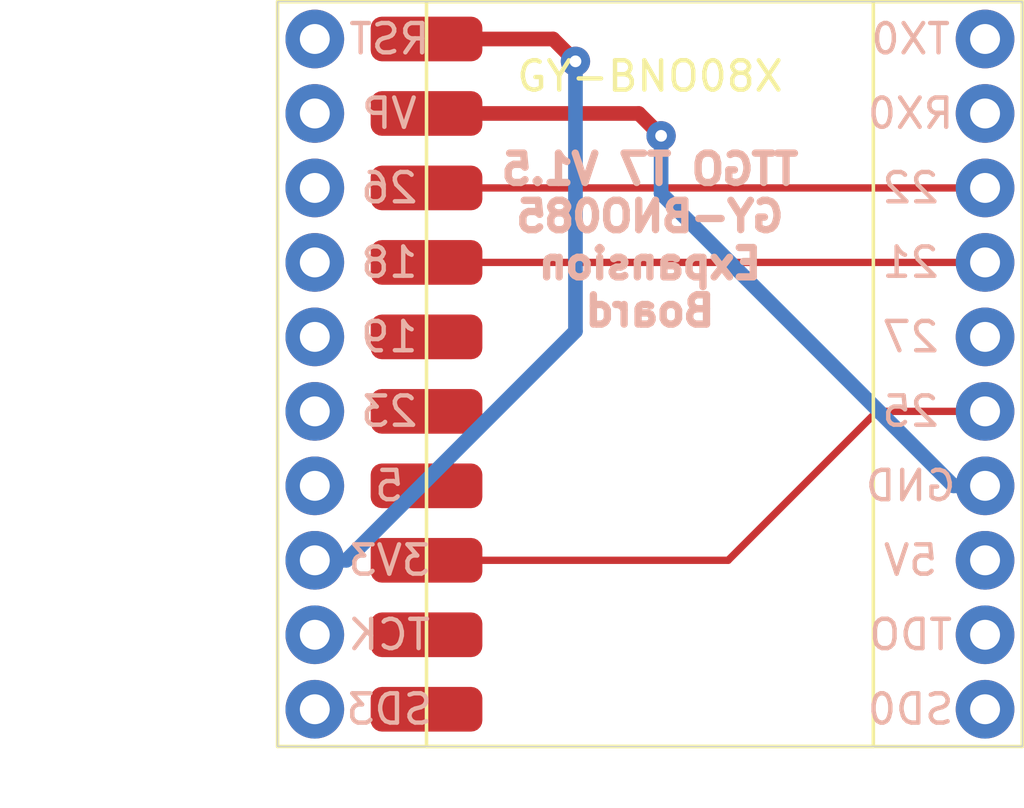
<source format=kicad_pcb>
(kicad_pcb (version 20171130) (host pcbnew "(5.1.10)-1")

  (general
    (thickness 1.6)
    (drawings 5)
    (tracks 17)
    (zones 0)
    (modules 2)
    (nets 26)
  )

  (page A4)
  (layers
    (0 F.Cu signal)
    (31 B.Cu signal)
    (32 B.Adhes user)
    (33 F.Adhes user)
    (34 B.Paste user)
    (35 F.Paste user)
    (36 B.SilkS user)
    (37 F.SilkS user)
    (38 B.Mask user)
    (39 F.Mask user)
    (40 Dwgs.User user)
    (41 Cmts.User user)
    (42 Eco1.User user)
    (43 Eco2.User user)
    (44 Edge.Cuts user)
    (45 Margin user)
    (46 B.CrtYd user)
    (47 F.CrtYd user)
    (48 B.Fab user)
    (49 F.Fab user)
  )

  (setup
    (last_trace_width 0.25)
    (trace_clearance 0.5)
    (zone_clearance 0.508)
    (zone_45_only no)
    (trace_min 0.2)
    (via_size 0.8)
    (via_drill 0.4)
    (via_min_size 0.4)
    (via_min_drill 0.3)
    (uvia_size 0.3)
    (uvia_drill 0.1)
    (uvias_allowed no)
    (uvia_min_size 0.2)
    (uvia_min_drill 0.1)
    (edge_width 0.05)
    (segment_width 0.2)
    (pcb_text_width 0.3)
    (pcb_text_size 1.5 1.5)
    (mod_edge_width 0.12)
    (mod_text_size 1 1)
    (mod_text_width 0.15)
    (pad_size 2 2)
    (pad_drill 1.02)
    (pad_to_mask_clearance 0)
    (aux_axis_origin 0 0)
    (visible_elements 7FFFFFFF)
    (pcbplotparams
      (layerselection 0x010f0_ffffffff)
      (usegerberextensions true)
      (usegerberattributes true)
      (usegerberadvancedattributes true)
      (creategerberjobfile false)
      (excludeedgelayer true)
      (linewidth 0.100000)
      (plotframeref false)
      (viasonmask false)
      (mode 1)
      (useauxorigin false)
      (hpglpennumber 1)
      (hpglpenspeed 20)
      (hpglpendiameter 15.000000)
      (psnegative false)
      (psa4output false)
      (plotreference true)
      (plotvalue true)
      (plotinvisibletext false)
      (padsonsilk false)
      (subtractmaskfromsilk false)
      (outputformat 1)
      (mirror false)
      (drillshape 0)
      (scaleselection 1)
      (outputdirectory "gerber/"))
  )

  (net 0 "")
  (net 1 "Net-(G1-Pad10)")
  (net 2 "Net-(G1-Pad9)")
  (net 3 RST)
  (net 4 "Net-(G1-Pad7)")
  (net 5 "Net-(G1-Pad6)")
  (net 6 "Net-(G1-Pad5)")
  (net 7 SDA)
  (net 8 SCL)
  (net 9 GND)
  (net 10 3V3)
  (net 11 "Net-(T1-Pad20)")
  (net 12 "Net-(T1-Pad19)")
  (net 13 "Net-(T1-Pad18)")
  (net 14 "Net-(T1-Pad15)")
  (net 15 "Net-(T1-Pad12)")
  (net 16 "Net-(T1-Pad11)")
  (net 17 "Net-(T1-Pad10)")
  (net 18 "Net-(T1-Pad9)")
  (net 19 "Net-(T1-Pad7)")
  (net 20 "Net-(T1-Pad6)")
  (net 21 "Net-(T1-Pad5)")
  (net 22 "Net-(T1-Pad4)")
  (net 23 "Net-(T1-Pad2)")
  (net 24 "Net-(T1-Pad1)")
  (net 25 "Net-(T1-Pad8)")

  (net_class Default "This is the default net class."
    (clearance 0.5)
    (trace_width 0.25)
    (via_dia 0.8)
    (via_drill 0.4)
    (uvia_dia 0.3)
    (uvia_drill 0.1)
    (add_net "Net-(G1-Pad10)")
    (add_net "Net-(G1-Pad5)")
    (add_net "Net-(G1-Pad6)")
    (add_net "Net-(G1-Pad7)")
    (add_net "Net-(G1-Pad9)")
    (add_net "Net-(T1-Pad1)")
    (add_net "Net-(T1-Pad10)")
    (add_net "Net-(T1-Pad11)")
    (add_net "Net-(T1-Pad12)")
    (add_net "Net-(T1-Pad15)")
    (add_net "Net-(T1-Pad18)")
    (add_net "Net-(T1-Pad19)")
    (add_net "Net-(T1-Pad2)")
    (add_net "Net-(T1-Pad20)")
    (add_net "Net-(T1-Pad4)")
    (add_net "Net-(T1-Pad5)")
    (add_net "Net-(T1-Pad6)")
    (add_net "Net-(T1-Pad7)")
    (add_net "Net-(T1-Pad8)")
    (add_net "Net-(T1-Pad9)")
    (add_net RST)
    (add_net SCL)
    (add_net SDA)
  )

  (net_class Power ""
    (clearance 1)
    (trace_width 0.5)
    (via_dia 1)
    (via_drill 0.4)
    (uvia_dia 0.3)
    (uvia_drill 0.1)
    (add_net 3V3)
    (add_net GND)
  )

  (module imuFBT_PCB_components:TTGO_T7_V1.5 (layer F.Cu) (tedit 60D9DA7C) (tstamp 60C756A6)
    (at 0 0)
    (path /60C78FE8)
    (fp_text reference T1 (at -5.08 2.54) (layer F.SilkS) hide
      (effects (font (size 1 1) (thickness 0.15)))
    )
    (fp_text value TTGOT7V1.5 (at -5.08 0.77) (layer F.Fab)
      (effects (font (size 1 1) (thickness 0.15)))
    )
    (fp_line (start 0 -25.4) (end 0 0) (layer F.SilkS) (width 0.12))
    (fp_line (start 25.4 -25.4) (end 0 -25.4) (layer F.SilkS) (width 0.12))
    (fp_line (start 25.4 0) (end 25.4 -25.4) (layer F.SilkS) (width 0.12))
    (fp_line (start 0 0) (end 25.4 0) (layer F.SilkS) (width 0.12))
    (fp_text user SD0 (at 21.59 -1.27) (layer B.SilkS)
      (effects (font (size 1 1) (thickness 0.15)) (justify mirror))
    )
    (fp_text user TDO (at 21.59 -3.81) (layer B.SilkS)
      (effects (font (size 1 1) (thickness 0.15)) (justify mirror))
    )
    (fp_text user 5V (at 21.59 -6.35) (layer B.SilkS)
      (effects (font (size 1 1) (thickness 0.15)) (justify mirror))
    )
    (fp_text user GND (at 21.59 -8.89) (layer B.SilkS)
      (effects (font (size 1 1) (thickness 0.15)) (justify mirror))
    )
    (fp_text user 25 (at 21.59 -11.43) (layer B.SilkS)
      (effects (font (size 1 1) (thickness 0.15)) (justify mirror))
    )
    (fp_text user 27 (at 21.59 -13.97) (layer B.SilkS)
      (effects (font (size 1 1) (thickness 0.15)) (justify mirror))
    )
    (fp_text user 21 (at 21.59 -16.51) (layer B.SilkS)
      (effects (font (size 1 1) (thickness 0.15)) (justify mirror))
    )
    (fp_text user 22 (at 21.59 -19.05) (layer B.SilkS)
      (effects (font (size 1 1) (thickness 0.15)) (justify mirror))
    )
    (fp_text user RX0 (at 21.59 -21.59) (layer B.SilkS)
      (effects (font (size 1 1) (thickness 0.15)) (justify mirror))
    )
    (fp_text user TX0 (at 21.59 -24.13) (layer B.SilkS)
      (effects (font (size 1 1) (thickness 0.15)) (justify mirror))
    )
    (fp_text user RST (at 3.81 -24.13) (layer B.SilkS)
      (effects (font (size 1 1) (thickness 0.15)) (justify mirror))
    )
    (fp_text user VP (at 3.81 -21.59) (layer B.SilkS)
      (effects (font (size 1 1) (thickness 0.15)) (justify mirror))
    )
    (fp_text user 3V3 (at 3.81 -6.35) (layer B.SilkS)
      (effects (font (size 1 1) (thickness 0.15)) (justify mirror))
    )
    (fp_text user 26 (at 3.81 -19.05) (layer B.SilkS)
      (effects (font (size 1 1) (thickness 0.15)) (justify mirror))
    )
    (fp_text user 18 (at 3.81 -16.51) (layer B.SilkS)
      (effects (font (size 1 1) (thickness 0.15)) (justify mirror))
    )
    (fp_text user 19 (at 3.81 -13.97) (layer B.SilkS)
      (effects (font (size 1 1) (thickness 0.15)) (justify mirror))
    )
    (fp_text user 23 (at 3.81 -11.43) (layer B.SilkS)
      (effects (font (size 1 1) (thickness 0.15)) (justify mirror))
    )
    (fp_text user 5 (at 3.81 -8.89) (layer B.SilkS)
      (effects (font (size 1 1) (thickness 0.15)) (justify mirror))
    )
    (fp_text user TCK (at 3.81 -3.81) (layer B.SilkS)
      (effects (font (size 1 1) (thickness 0.15)) (justify mirror))
    )
    (fp_text user SD3 (at 3.81 -1.27) (layer B.SilkS)
      (effects (font (size 1 1) (thickness 0.15)) (justify mirror))
    )
    (pad 20 thru_hole circle (at 24.13 -1.27) (size 2 2) (drill 1.02) (layers *.Cu *.Mask)
      (net 11 "Net-(T1-Pad20)"))
    (pad 19 thru_hole circle (at 24.13 -3.81) (size 2 2) (drill 1.02) (layers *.Cu *.Mask)
      (net 12 "Net-(T1-Pad19)"))
    (pad 18 thru_hole circle (at 24.13 -6.35) (size 2 2) (drill 1.02) (layers *.Cu *.Mask)
      (net 13 "Net-(T1-Pad18)"))
    (pad 17 thru_hole circle (at 24.13 -8.89) (size 2 2) (drill 1.02) (layers *.Cu *.Mask)
      (net 9 GND))
    (pad 16 thru_hole circle (at 24.13 -11.43) (size 2 2) (drill 1.02) (layers *.Cu *.Mask)
      (net 3 RST))
    (pad 15 thru_hole circle (at 24.13 -13.97) (size 2 2) (drill 1.02) (layers *.Cu *.Mask)
      (net 14 "Net-(T1-Pad15)"))
    (pad 14 thru_hole circle (at 24.13 -16.51) (size 2 2) (drill 1.02) (layers *.Cu *.Mask)
      (net 7 SDA))
    (pad 13 thru_hole circle (at 24.13 -19.05) (size 2 2) (drill 1.02) (layers *.Cu *.Mask)
      (net 8 SCL))
    (pad 12 thru_hole circle (at 24.13 -21.59) (size 2 2) (drill 1.02) (layers *.Cu *.Mask)
      (net 15 "Net-(T1-Pad12)"))
    (pad 11 thru_hole circle (at 24.13 -24.13) (size 2 2) (drill 1.02) (layers *.Cu *.Mask)
      (net 16 "Net-(T1-Pad11)"))
    (pad 10 thru_hole circle (at 1.27 -24.13) (size 2 2) (drill 1.02) (layers *.Cu *.Mask)
      (net 17 "Net-(T1-Pad10)"))
    (pad 9 thru_hole circle (at 1.27 -21.59) (size 2 2) (drill 1.02) (layers *.Cu *.Mask)
      (net 18 "Net-(T1-Pad9)"))
    (pad 8 thru_hole circle (at 1.27 -19.05) (size 2 2) (drill 1.02) (layers *.Cu *.Mask)
      (net 25 "Net-(T1-Pad8)"))
    (pad 7 thru_hole circle (at 1.27 -16.51) (size 2 2) (drill 1.02) (layers *.Cu *.Mask)
      (net 19 "Net-(T1-Pad7)"))
    (pad 6 thru_hole circle (at 1.27 -13.97) (size 2 2) (drill 1.02) (layers *.Cu *.Mask)
      (net 20 "Net-(T1-Pad6)"))
    (pad 5 thru_hole circle (at 1.27 -11.43) (size 2 2) (drill 1.02) (layers *.Cu *.Mask)
      (net 21 "Net-(T1-Pad5)"))
    (pad 4 thru_hole circle (at 1.27 -8.89) (size 2 2) (drill 1.02) (layers *.Cu *.Mask)
      (net 22 "Net-(T1-Pad4)"))
    (pad 3 thru_hole circle (at 1.27 -6.35) (size 2 2) (drill 1.02) (layers *.Cu *.Mask)
      (net 10 3V3))
    (pad 2 thru_hole circle (at 1.27 -3.81) (size 2 2) (drill 1.02) (layers *.Cu *.Mask)
      (net 23 "Net-(T1-Pad2)"))
    (pad 1 thru_hole circle (at 1.27 -1.27) (size 2 2) (drill 1.02) (layers *.Cu *.Mask)
      (net 24 "Net-(T1-Pad1)"))
  )

  (module imuFBT_PCB_components:GY-BNO08X (layer F.Cu) (tedit 60C6EB4D) (tstamp 60C75676)
    (at 5.08 0)
    (path /60C74DF2)
    (fp_text reference G1 (at -2.54 3.81) (layer F.SilkS) hide
      (effects (font (size 1 1) (thickness 0.15)))
    )
    (fp_text value GY-BNO08X (at -5.08 1.27) (layer F.Fab)
      (effects (font (size 1 1) (thickness 0.15)))
    )
    (fp_line (start 0 0) (end 15.24 0) (layer F.SilkS) (width 0.12))
    (fp_line (start 15.24 0) (end 15.24 -25.4) (layer F.SilkS) (width 0.12))
    (fp_line (start 15.24 -25.4) (end 0 -25.4) (layer F.SilkS) (width 0.12))
    (fp_line (start 0 -25.4) (end 0 0) (layer F.SilkS) (width 0.12))
    (fp_text user GY-BNO08X (at 7.62 -22.86) (layer F.SilkS)
      (effects (font (size 1 1) (thickness 0.15)))
    )
    (pad 10 smd roundrect (at 0 -1.27) (size 3.81 1.524) (layers F.Cu F.Paste F.Mask) (roundrect_rratio 0.25)
      (net 1 "Net-(G1-Pad10)"))
    (pad 9 smd roundrect (at 0 -3.81) (size 3.81 1.524) (layers F.Cu F.Paste F.Mask) (roundrect_rratio 0.25)
      (net 2 "Net-(G1-Pad9)"))
    (pad 8 smd roundrect (at 0 -6.35) (size 3.81 1.524) (layers F.Cu F.Paste F.Mask) (roundrect_rratio 0.25)
      (net 3 RST))
    (pad 7 smd roundrect (at 0 -8.89) (size 3.81 1.524) (layers F.Cu F.Paste F.Mask) (roundrect_rratio 0.25)
      (net 4 "Net-(G1-Pad7)"))
    (pad 6 smd roundrect (at 0 -11.43) (size 3.81 1.524) (layers F.Cu F.Paste F.Mask) (roundrect_rratio 0.25)
      (net 5 "Net-(G1-Pad6)"))
    (pad 5 smd roundrect (at 0 -13.97) (size 3.81 1.524) (layers F.Cu F.Paste F.Mask) (roundrect_rratio 0.25)
      (net 6 "Net-(G1-Pad5)"))
    (pad 4 smd roundrect (at 0 -16.51) (size 3.81 1.524) (layers F.Cu F.Paste F.Mask) (roundrect_rratio 0.25)
      (net 7 SDA))
    (pad 3 smd roundrect (at 0 -19.05) (size 3.81 1.524) (layers F.Cu F.Paste F.Mask) (roundrect_rratio 0.25)
      (net 8 SCL))
    (pad 2 smd roundrect (at 0 -21.59) (size 3.81 1.524) (layers F.Cu F.Paste F.Mask) (roundrect_rratio 0.25)
      (net 9 GND))
    (pad 1 smd roundrect (at 0 -24.13) (size 3.81 1.524) (layers F.Cu F.Paste F.Mask) (roundrect_rratio 0.25)
      (net 10 3V3))
  )

  (gr_line (start 0 -25.4) (end 0 0) (layer Edge.Cuts) (width 0.05) (tstamp 60C75B67))
  (gr_line (start 25.4 -25.4) (end 0 -25.4) (layer Edge.Cuts) (width 0.05))
  (gr_line (start 25.4 0) (end 25.4 -25.4) (layer Edge.Cuts) (width 0.05))
  (gr_line (start 0 0) (end 25.4 0) (layer Edge.Cuts) (width 0.05))
  (gr_text "TTGO T7 V1.5\nGY-BNO085\nExpansion\nBoard" (at 12.7 -17.272) (layer B.SilkS)
    (effects (font (size 1 1) (thickness 0.25)) (justify mirror))
  )

  (segment (start 5.08 -6.35) (end 15.367 -6.35) (width 0.25) (layer F.Cu) (net 3))
  (segment (start 20.447 -11.43) (end 24.13 -11.43) (width 0.25) (layer F.Cu) (net 3))
  (segment (start 15.367 -6.35) (end 20.447 -11.43) (width 0.25) (layer F.Cu) (net 3))
  (segment (start 5.08 -16.51) (end 24.13 -16.51) (width 0.25) (layer F.Cu) (net 7))
  (segment (start 5.08 -19.05) (end 24.13 -19.05) (width 0.25) (layer F.Cu) (net 8))
  (via (at 13.081 -20.828) (size 1) (drill 0.4) (layers F.Cu B.Cu) (net 9))
  (segment (start 12.319 -21.59) (end 13.081 -20.828) (width 0.5) (layer F.Cu) (net 9))
  (segment (start 5.08 -21.59) (end 12.319 -21.59) (width 0.5) (layer F.Cu) (net 9))
  (segment (start 23.05237 -8.89) (end 24.13 -8.89) (width 0.5) (layer B.Cu) (net 9))
  (segment (start 13.081 -18.86137) (end 23.05237 -8.89) (width 0.5) (layer B.Cu) (net 9))
  (segment (start 13.081 -20.828) (end 13.081 -18.86137) (width 0.5) (layer B.Cu) (net 9))
  (via (at 10.16 -23.368) (size 1) (drill 0.4) (layers F.Cu B.Cu) (net 10))
  (segment (start 10.16 -14.16237) (end 10.16 -23.368) (width 0.5) (layer B.Cu) (net 10))
  (segment (start 2.34763 -6.35) (end 10.16 -14.16237) (width 0.5) (layer B.Cu) (net 10))
  (segment (start 1.27 -6.35) (end 2.34763 -6.35) (width 0.5) (layer B.Cu) (net 10))
  (segment (start 9.398 -24.13) (end 5.08 -24.13) (width 0.5) (layer F.Cu) (net 10))
  (segment (start 10.16 -23.368) (end 9.398 -24.13) (width 0.5) (layer F.Cu) (net 10))

)

</source>
